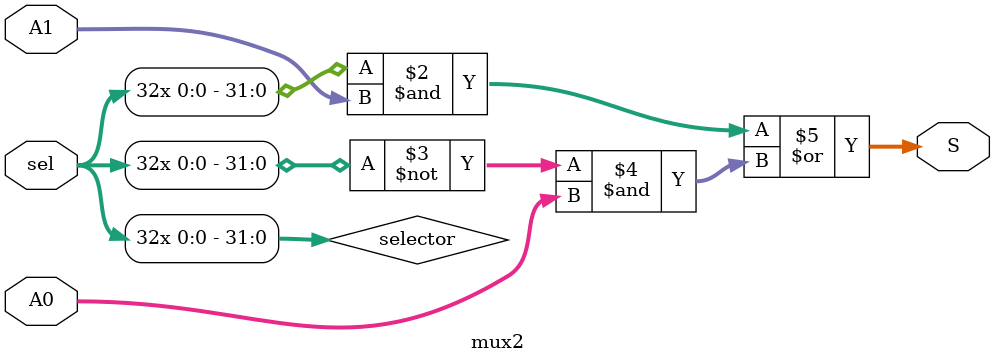
<source format=sv>
module mux2#(parameter WIDTH=32)(
    output reg [WIDTH-1:0] S,
    input [WIDTH-1:0] A0, A1,
    input sel
);
    wire [WIDTH-1:0] selector;

    generate
        for (genvar i = 0; i < WIDTH; i = i + 1) begin
            assign selector[i] = sel;
        end
    endgenerate 
    assign S = selector & A1 | (~selector) & A0;
endmodule
</source>
